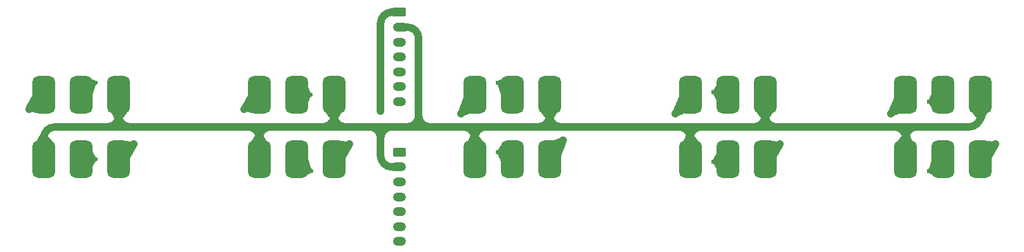
<source format=gbr>
%TF.GenerationSoftware,KiCad,Pcbnew,8.0.4*%
%TF.CreationDate,2024-07-29T20:22:53+02:00*%
%TF.ProjectId,WH148,57483134-382e-46b6-9963-61645f706362,rev?*%
%TF.SameCoordinates,Original*%
%TF.FileFunction,Copper,L2,Bot*%
%TF.FilePolarity,Positive*%
%FSLAX46Y46*%
G04 Gerber Fmt 4.6, Leading zero omitted, Abs format (unit mm)*
G04 Created by KiCad (PCBNEW 8.0.4) date 2024-07-29 20:22:53*
%MOMM*%
%LPD*%
G01*
G04 APERTURE LIST*
G04 Aperture macros list*
%AMRoundRect*
0 Rectangle with rounded corners*
0 $1 Rounding radius*
0 $2 $3 $4 $5 $6 $7 $8 $9 X,Y pos of 4 corners*
0 Add a 4 corners polygon primitive as box body*
4,1,4,$2,$3,$4,$5,$6,$7,$8,$9,$2,$3,0*
0 Add four circle primitives for the rounded corners*
1,1,$1+$1,$2,$3*
1,1,$1+$1,$4,$5*
1,1,$1+$1,$6,$7*
1,1,$1+$1,$8,$9*
0 Add four rect primitives between the rounded corners*
20,1,$1+$1,$2,$3,$4,$5,0*
20,1,$1+$1,$4,$5,$6,$7,0*
20,1,$1+$1,$6,$7,$8,$9,0*
20,1,$1+$1,$8,$9,$2,$3,0*%
G04 Aperture macros list end*
%TA.AperFunction,SMDPad,CuDef*%
%ADD10RoundRect,0.750000X0.750000X1.750000X-0.750000X1.750000X-0.750000X-1.750000X0.750000X-1.750000X0*%
%TD*%
%TA.AperFunction,SMDPad,CuDef*%
%ADD11RoundRect,0.750000X-0.750000X-1.750000X0.750000X-1.750000X0.750000X1.750000X-0.750000X1.750000X0*%
%TD*%
%TA.AperFunction,ComponentPad*%
%ADD12RoundRect,0.250000X-0.625000X0.350000X-0.625000X-0.350000X0.625000X-0.350000X0.625000X0.350000X0*%
%TD*%
%TA.AperFunction,ComponentPad*%
%ADD13O,1.750000X1.200000*%
%TD*%
%TA.AperFunction,ViaPad*%
%ADD14C,0.600000*%
%TD*%
%TA.AperFunction,ViaPad*%
%ADD15C,1.000000*%
%TD*%
%TA.AperFunction,Conductor*%
%ADD16C,0.500000*%
%TD*%
%TA.AperFunction,Conductor*%
%ADD17C,1.000000*%
%TD*%
%TA.AperFunction,Conductor*%
%ADD18C,0.100000*%
%TD*%
%TA.AperFunction,Conductor*%
%ADD19C,0.200000*%
%TD*%
G04 APERTURE END LIST*
D10*
%TO.P,RV3,1,1*%
%TO.N,GND*%
X145297170Y-92321600D03*
%TO.P,RV3,2,2*%
%TO.N,Net-(J1-Pin_5)*%
X150297170Y-92321600D03*
%TO.P,RV3,3,3*%
%TO.N,+3.3V*%
X155297170Y-92321600D03*
%TD*%
D11*
%TO.P,RV8,1,1*%
%TO.N,GND*%
X155297170Y-100965000D03*
%TO.P,RV8,2,2*%
%TO.N,Net-(J2-Pin_5)*%
X150297170Y-100965000D03*
%TO.P,RV8,3,3*%
%TO.N,+3.3V*%
X145297170Y-100965000D03*
%TD*%
D12*
%TO.P,J2,1,Pin_1*%
%TO.N,GND*%
X135273244Y-100012500D03*
D13*
%TO.P,J2,2,Pin_2*%
%TO.N,+3.3V*%
X135273244Y-102012500D03*
%TO.P,J2,3,Pin_3*%
%TO.N,Net-(J2-Pin_3)*%
X135273244Y-104012500D03*
%TO.P,J2,4,Pin_4*%
%TO.N,Net-(J2-Pin_4)*%
X135273244Y-106012500D03*
%TO.P,J2,5,Pin_5*%
%TO.N,Net-(J2-Pin_5)*%
X135273244Y-108012500D03*
%TO.P,J2,6,Pin_6*%
%TO.N,Net-(J2-Pin_6)*%
X135273244Y-110012500D03*
%TO.P,J2,7,Pin_7*%
%TO.N,Net-(J2-Pin_7)*%
X135273244Y-112012500D03*
%TD*%
D10*
%TO.P,RV5,1,1*%
%TO.N,GND*%
X202842870Y-92321600D03*
%TO.P,RV5,2,2*%
%TO.N,Net-(J1-Pin_7)*%
X207842870Y-92321600D03*
%TO.P,RV5,3,3*%
%TO.N,+3.3V*%
X212842870Y-92321600D03*
%TD*%
D12*
%TO.P,J1,1,Pin_1*%
%TO.N,GND*%
X135273244Y-81274100D03*
D13*
%TO.P,J1,2,Pin_2*%
%TO.N,+3.3V*%
X135273244Y-83274100D03*
%TO.P,J1,3,Pin_3*%
%TO.N,Net-(J1-Pin_3)*%
X135273244Y-85274100D03*
%TO.P,J1,4,Pin_4*%
%TO.N,Net-(J1-Pin_4)*%
X135273244Y-87274100D03*
%TO.P,J1,5,Pin_5*%
%TO.N,Net-(J1-Pin_5)*%
X135273244Y-89274100D03*
%TO.P,J1,6,Pin_6*%
%TO.N,Net-(J1-Pin_6)*%
X135273244Y-91274100D03*
%TO.P,J1,7,Pin_7*%
%TO.N,Net-(J1-Pin_7)*%
X135273244Y-93274100D03*
%TD*%
D11*
%TO.P,RV10,1,1*%
%TO.N,GND*%
X212842870Y-100965000D03*
%TO.P,RV10,2,2*%
%TO.N,Net-(J2-Pin_7)*%
X207842870Y-100965000D03*
%TO.P,RV10,3,3*%
%TO.N,+3.3V*%
X202842870Y-100965000D03*
%TD*%
D10*
%TO.P,RV4,1,1*%
%TO.N,GND*%
X174070000Y-92321600D03*
%TO.P,RV4,2,2*%
%TO.N,Net-(J1-Pin_6)*%
X179070000Y-92321600D03*
%TO.P,RV4,3,3*%
%TO.N,+3.3V*%
X184070000Y-92321600D03*
%TD*%
D11*
%TO.P,RV6,1,1*%
%TO.N,GND*%
X97751470Y-100965000D03*
%TO.P,RV6,2,2*%
%TO.N,Net-(J2-Pin_3)*%
X92751470Y-100965000D03*
%TO.P,RV6,3,3*%
%TO.N,+3.3V*%
X87751470Y-100965000D03*
%TD*%
D10*
%TO.P,RV1,1,1*%
%TO.N,GND*%
X87751470Y-92321600D03*
%TO.P,RV1,2,2*%
%TO.N,Net-(J1-Pin_3)*%
X92751470Y-92321600D03*
%TO.P,RV1,3,3*%
%TO.N,+3.3V*%
X97751470Y-92321600D03*
%TD*%
D11*
%TO.P,RV7,1,1*%
%TO.N,GND*%
X126533570Y-100965000D03*
%TO.P,RV7,2,2*%
%TO.N,Net-(J2-Pin_4)*%
X121533570Y-100965000D03*
%TO.P,RV7,3,3*%
%TO.N,+3.3V*%
X116533570Y-100965000D03*
%TD*%
D10*
%TO.P,RV2,1,1*%
%TO.N,GND*%
X116524270Y-92321600D03*
%TO.P,RV2,2,2*%
%TO.N,Net-(J1-Pin_4)*%
X121524270Y-92321600D03*
%TO.P,RV2,3,3*%
%TO.N,+3.3V*%
X126524270Y-92321600D03*
%TD*%
D11*
%TO.P,RV9,1,1*%
%TO.N,GND*%
X184070000Y-100965000D03*
%TO.P,RV9,2,2*%
%TO.N,Net-(J2-Pin_6)*%
X179070000Y-100965000D03*
%TO.P,RV9,3,3*%
%TO.N,+3.3V*%
X174070000Y-100965000D03*
%TD*%
D14*
%TO.N,Net-(J1-Pin_3)*%
X94656470Y-90734100D03*
%TO.N,Net-(J1-Pin_5)*%
X148392170Y-90734100D03*
%TO.N,Net-(J1-Pin_7)*%
X205937870Y-93274100D03*
%TO.N,Net-(J1-Pin_6)*%
X177165000Y-92004100D03*
D15*
%TO.N,GND*%
X114539270Y-94306600D03*
X200857870Y-94861600D03*
X132732244Y-94544100D03*
X157124420Y-98425000D03*
X214827870Y-98980000D03*
X143470920Y-94861600D03*
X99736470Y-98980000D03*
X186055000Y-98980000D03*
X85766470Y-94306600D03*
X128518570Y-98980000D03*
X172085000Y-94861600D03*
D14*
%TO.N,Net-(J1-Pin_4)*%
X123429270Y-92321600D03*
%TO.N,Net-(J2-Pin_7)*%
X205937870Y-102552500D03*
%TO.N,Net-(J2-Pin_3)*%
X94656470Y-100965000D03*
%TO.N,Net-(J2-Pin_4)*%
X123438570Y-102552500D03*
%TO.N,Net-(J2-Pin_6)*%
X177165000Y-101282500D03*
%TO.N,Net-(J2-Pin_5)*%
X148392170Y-100012500D03*
%TD*%
D16*
%TO.N,Net-(J1-Pin_3)*%
X94656470Y-90734100D02*
X94338970Y-90734100D01*
X94338970Y-90734100D02*
X92751470Y-92321600D01*
%TO.N,Net-(J1-Pin_5)*%
X148392170Y-90734100D02*
X148709670Y-90734100D01*
X148709670Y-90734100D02*
X150297170Y-92321600D01*
%TO.N,Net-(J1-Pin_7)*%
X206890370Y-93274100D02*
X207842870Y-92321600D01*
X205937870Y-93274100D02*
X206890370Y-93274100D01*
%TO.N,Net-(J1-Pin_6)*%
X178752500Y-92004100D02*
X179070000Y-92321600D01*
X177165000Y-92004100D02*
X178752500Y-92004100D01*
D17*
%TO.N,+3.3V*%
X153797170Y-96643300D02*
X146797170Y-96643300D01*
D18*
X185570000Y-96643300D02*
X185570000Y-96643300D01*
D17*
X211342870Y-96643300D02*
X204342870Y-96643300D01*
X145297170Y-100965000D02*
X145297170Y-100251250D01*
X97751470Y-92321600D02*
X97751470Y-95143300D01*
X125024270Y-96643300D02*
X118033570Y-96643300D01*
X96251470Y-96643300D02*
X99251470Y-96643300D01*
X201342870Y-96643300D02*
X204342870Y-96643300D01*
D18*
X156797170Y-96643300D02*
X156797170Y-96643300D01*
X184070000Y-95143300D02*
X184070000Y-95143300D01*
D17*
X137813244Y-84774100D02*
X137813244Y-95143300D01*
X136313244Y-96643300D02*
X139313244Y-96643300D01*
X128033570Y-96643300D02*
X131233244Y-96643300D01*
X174070000Y-98143300D02*
X174070000Y-100965000D01*
X125024270Y-96643300D02*
X128033570Y-96643300D01*
X132733244Y-98143300D02*
X132733244Y-100512500D01*
X116533570Y-98143300D02*
X116533570Y-100965000D01*
X184070000Y-95143300D02*
X184070000Y-92321600D01*
X172570000Y-96643300D02*
X175570000Y-96643300D01*
X87751470Y-100965000D02*
X87751470Y-98143300D01*
X135273244Y-83274100D02*
X136313244Y-83274100D01*
X115033570Y-96643300D02*
X118033570Y-96643300D01*
X131233244Y-96643300D02*
X134233244Y-96643300D01*
X116533570Y-98143300D02*
X116533570Y-98143300D01*
X145297170Y-98143300D02*
X145297170Y-100965000D01*
X126524270Y-95143300D02*
X126524270Y-92321600D01*
X156797170Y-96643300D02*
X172570000Y-96643300D01*
X182570000Y-96643300D02*
X185570000Y-96643300D01*
X132733244Y-98143300D02*
X132733244Y-98143300D01*
X185570000Y-96643300D02*
X201342870Y-96643300D01*
X126524270Y-95143300D02*
X126524270Y-95143300D01*
X115033570Y-96643300D02*
X99251470Y-96643300D01*
X89251470Y-96643300D02*
X96251470Y-96643300D01*
X202842870Y-98143300D02*
X202842870Y-100965000D01*
X143797170Y-96643300D02*
X146797170Y-96643300D01*
X153797170Y-96643300D02*
X156797170Y-96643300D01*
X212842870Y-92321600D02*
X212842870Y-95143300D01*
X182570000Y-96643300D02*
X175570000Y-96643300D01*
X136313244Y-96643300D02*
X134233244Y-96643300D01*
X139313244Y-96643300D02*
X143797170Y-96643300D01*
X128024270Y-96643300D02*
X128033570Y-96643300D01*
X134233244Y-102012500D02*
X135273244Y-102012500D01*
X155297170Y-92321600D02*
X155297170Y-95143300D01*
X97751470Y-95143300D02*
G75*
G03*
X99251470Y-96643330I1500030J0D01*
G01*
X182570000Y-96643300D02*
G75*
G03*
X184070000Y-95143300I0J1500000D01*
G01*
X145297170Y-98143300D02*
G75*
G03*
X143797170Y-96643330I-1499970J0D01*
G01*
X175570000Y-96643300D02*
G75*
G03*
X174070000Y-98143300I0J-1500000D01*
G01*
X132733244Y-98143300D02*
G75*
G02*
X134233244Y-96643344I1499956J0D01*
G01*
X132733244Y-98143300D02*
G75*
G03*
X131233244Y-96643256I-1500044J0D01*
G01*
X145297170Y-98143300D02*
G75*
G02*
X146797170Y-96643270I1500030J0D01*
G01*
X134233244Y-102012500D02*
G75*
G02*
X132733200Y-100512500I-44J1500000D01*
G01*
X201342870Y-96643300D02*
G75*
G02*
X202842900Y-98143300I30J-1500000D01*
G01*
X118033570Y-96643300D02*
G75*
G03*
X116533600Y-98143300I30J-1500000D01*
G01*
X128024270Y-96643300D02*
G75*
G02*
X126524300Y-95143300I30J1500000D01*
G01*
X136313244Y-96643300D02*
G75*
G03*
X137813200Y-95143300I-44J1500000D01*
G01*
X139313244Y-96643300D02*
G75*
G02*
X137813200Y-95143300I-44J1500000D01*
G01*
X155297170Y-95143300D02*
G75*
G02*
X153797170Y-96643270I-1499970J0D01*
G01*
X204342870Y-96643300D02*
G75*
G03*
X202842900Y-98143300I30J-1500000D01*
G01*
X97751470Y-95143300D02*
G75*
G02*
X96251470Y-96643270I-1499970J0D01*
G01*
X137813244Y-84774100D02*
G75*
G03*
X136313244Y-83274056I-1500044J0D01*
G01*
X172570000Y-96643300D02*
G75*
G02*
X174070000Y-98143300I0J-1500000D01*
G01*
X156797170Y-96643300D02*
G75*
G02*
X155297200Y-95143300I30J1500000D01*
G01*
X184070000Y-95143300D02*
G75*
G03*
X185570000Y-96643300I1500000J0D01*
G01*
X212842870Y-95143300D02*
G75*
G02*
X211342870Y-96643270I-1499970J0D01*
G01*
X116533570Y-98143300D02*
G75*
G03*
X115033570Y-96643330I-1499970J0D01*
G01*
X87751470Y-98143300D02*
G75*
G02*
X89251470Y-96643270I1500030J0D01*
G01*
X126524270Y-95143300D02*
G75*
G02*
X125024270Y-96643270I-1499970J0D01*
G01*
%TO.N,GND*%
X174070000Y-92876600D02*
X174070000Y-92321600D01*
X132732244Y-94544100D02*
X132732244Y-82774100D01*
X157124420Y-98425000D02*
X155297170Y-100252250D01*
X200857870Y-94861600D02*
X202842870Y-92876600D01*
X114539270Y-94306600D02*
X116524270Y-92321600D01*
X155297170Y-100252250D02*
X155297170Y-100965000D01*
X172085000Y-94861600D02*
X174070000Y-92876600D01*
X134232244Y-81274100D02*
X135273244Y-81274100D01*
X145297170Y-92321600D02*
X145297170Y-93035350D01*
X145297170Y-93035350D02*
X143470920Y-94861600D01*
X128518570Y-98980000D02*
X126533570Y-100965000D01*
D19*
X126524270Y-100994000D02*
X126533570Y-101003300D01*
D17*
X202842870Y-92876600D02*
X202842870Y-92321600D01*
X186055000Y-98980000D02*
X184070000Y-100965000D01*
X214827870Y-98980000D02*
X212842870Y-100965000D01*
X85766470Y-94306600D02*
X87751470Y-92321600D01*
X99736470Y-98980000D02*
X97751470Y-100965000D01*
X132732244Y-82774100D02*
G75*
G02*
X134232244Y-81274144I1499956J0D01*
G01*
D16*
%TO.N,Net-(J1-Pin_4)*%
X123429270Y-92321600D02*
X121524270Y-92321600D01*
%TO.N,Net-(J2-Pin_7)*%
X205937870Y-102552500D02*
X206255370Y-102552500D01*
X206255370Y-102552500D02*
X207842870Y-100965000D01*
%TO.N,Net-(J2-Pin_3)*%
X94656470Y-100965000D02*
X92751470Y-100965000D01*
%TO.N,Net-(J2-Pin_4)*%
X123438570Y-102552500D02*
X123121070Y-102552500D01*
X123121070Y-102552500D02*
X121533570Y-100965000D01*
%TO.N,Net-(J2-Pin_6)*%
X177165000Y-101282500D02*
X178752500Y-101282500D01*
X178752500Y-101282500D02*
X179070000Y-100965000D01*
%TO.N,Net-(J2-Pin_5)*%
X149344670Y-100012500D02*
X150297170Y-100965000D01*
X148392170Y-100012500D02*
X149344670Y-100012500D01*
%TD*%
%TA.AperFunction,Conductor*%
%TO.N,Net-(J1-Pin_3)*%
G36*
X94546155Y-90467786D02*
G01*
X94546563Y-90468658D01*
X94657177Y-90733393D01*
X94657163Y-90733398D01*
X94657204Y-90733459D01*
X94765977Y-90998362D01*
X94765950Y-91007317D01*
X94759598Y-91013629D01*
X94757649Y-91014237D01*
X94322236Y-91109270D01*
X94313422Y-91107686D01*
X94311468Y-91106112D01*
X93973741Y-90768385D01*
X93970314Y-90760112D01*
X93973741Y-90751839D01*
X93976628Y-90749725D01*
X94530385Y-90462780D01*
X94539306Y-90462017D01*
X94546155Y-90467786D01*
G37*
%TD.AperFunction*%
%TD*%
%TA.AperFunction,Conductor*%
%TO.N,Net-(J1-Pin_3)*%
G36*
X94374562Y-90284255D02*
G01*
X94651536Y-90480602D01*
X94656304Y-90488182D01*
X94656470Y-90490147D01*
X94656470Y-90982428D01*
X94656002Y-90985704D01*
X94254015Y-92364123D01*
X94248409Y-92371106D01*
X94242384Y-92372540D01*
X92769692Y-92322256D01*
X92761540Y-92318549D01*
X92758398Y-92310164D01*
X92759889Y-92304835D01*
X93893122Y-90288068D01*
X93900162Y-90282535D01*
X93903322Y-90282100D01*
X94367796Y-90282100D01*
X94374562Y-90284255D01*
G37*
%TD.AperFunction*%
%TD*%
%TA.AperFunction,Conductor*%
%TO.N,Net-(J1-Pin_5)*%
G36*
X148517383Y-90462373D02*
G01*
X148518255Y-90462781D01*
X149072008Y-90749724D01*
X149077777Y-90756573D01*
X149077013Y-90765495D01*
X149074898Y-90768385D01*
X148737171Y-91106112D01*
X148728898Y-91109539D01*
X148726403Y-91109270D01*
X148290990Y-91014237D01*
X148283638Y-91009125D01*
X148282054Y-91000311D01*
X148282659Y-90998369D01*
X148391436Y-90733457D01*
X148391489Y-90733404D01*
X148391463Y-90733393D01*
X148502078Y-90468655D01*
X148508428Y-90462346D01*
X148517383Y-90462373D01*
G37*
%TD.AperFunction*%
%TD*%
%TA.AperFunction,Conductor*%
%TO.N,Net-(J1-Pin_5)*%
G36*
X149153591Y-90285527D02*
G01*
X149155516Y-90288067D01*
X149547523Y-90985704D01*
X150288748Y-92304832D01*
X150289813Y-92313723D01*
X150284279Y-92320763D01*
X150278947Y-92322256D01*
X148806255Y-92372540D01*
X148797870Y-92369398D01*
X148794625Y-92364125D01*
X148392638Y-90985704D01*
X148392170Y-90982428D01*
X148392170Y-90490147D01*
X148395597Y-90481874D01*
X148397104Y-90480602D01*
X148674078Y-90284255D01*
X148680844Y-90282100D01*
X149145318Y-90282100D01*
X149153591Y-90285527D01*
G37*
%TD.AperFunction*%
%TD*%
%TA.AperFunction,Conductor*%
%TO.N,Net-(J1-Pin_7)*%
G36*
X207826192Y-92317268D02*
G01*
X207833410Y-92322565D01*
X207834770Y-92331416D01*
X207832587Y-92335883D01*
X206394688Y-94156224D01*
X206386871Y-94160592D01*
X206378255Y-94158153D01*
X206375893Y-94155640D01*
X205939956Y-93527107D01*
X205937870Y-93520439D01*
X205937870Y-93026240D01*
X205938627Y-93022099D01*
X206339204Y-91963475D01*
X206345336Y-91956952D01*
X206352929Y-91956254D01*
X207826192Y-92317268D01*
G37*
%TD.AperFunction*%
%TD*%
%TA.AperFunction,Conductor*%
%TO.N,Net-(J1-Pin_7)*%
G36*
X205950488Y-92975151D02*
G01*
X206527142Y-93023206D01*
X206535102Y-93027308D01*
X206537870Y-93034866D01*
X206537870Y-93513334D01*
X206534443Y-93521607D01*
X206527142Y-93524994D01*
X205950499Y-93573047D01*
X205941969Y-93570319D01*
X205937867Y-93562359D01*
X205937827Y-93561445D01*
X205936870Y-93274100D01*
X205937827Y-92986771D01*
X205941281Y-92978511D01*
X205949566Y-92975112D01*
X205950488Y-92975151D01*
G37*
%TD.AperFunction*%
%TD*%
%TA.AperFunction,Conductor*%
%TO.N,Net-(J1-Pin_6)*%
G36*
X177578995Y-91065588D02*
G01*
X177580649Y-91066752D01*
X178393756Y-91751373D01*
X178987626Y-92251401D01*
X179057494Y-92310228D01*
X179061615Y-92318178D01*
X179058908Y-92326714D01*
X179055264Y-92329606D01*
X177580609Y-93079945D01*
X177571681Y-93080642D01*
X177564875Y-93074823D01*
X177564822Y-93074717D01*
X177166182Y-92256526D01*
X177165000Y-92251401D01*
X177165000Y-91757255D01*
X177166586Y-91751373D01*
X177563000Y-91069818D01*
X177570121Y-91064391D01*
X177578995Y-91065588D01*
G37*
%TD.AperFunction*%
%TD*%
%TA.AperFunction,Conductor*%
%TO.N,Net-(J1-Pin_6)*%
G36*
X177177618Y-91705151D02*
G01*
X177754272Y-91753206D01*
X177762232Y-91757308D01*
X177765000Y-91764866D01*
X177765000Y-92243334D01*
X177761573Y-92251607D01*
X177754272Y-92254994D01*
X177177629Y-92303047D01*
X177169099Y-92300319D01*
X177164997Y-92292359D01*
X177164957Y-92291445D01*
X177164000Y-92004100D01*
X177164957Y-91716771D01*
X177168411Y-91708511D01*
X177176696Y-91705112D01*
X177177618Y-91705151D01*
G37*
%TD.AperFunction*%
%TD*%
%TA.AperFunction,Conductor*%
%TO.N,+3.3V*%
G36*
X97762541Y-92346776D02*
G01*
X97762584Y-92346871D01*
X98815769Y-94738315D01*
X98815967Y-94747268D01*
X98814529Y-94749905D01*
X98300275Y-95458196D01*
X98295667Y-95461965D01*
X97398927Y-95871490D01*
X97389978Y-95871809D01*
X97383697Y-95866266D01*
X96821270Y-94789922D01*
X96820476Y-94781002D01*
X96820688Y-94780389D01*
X97740935Y-92347445D01*
X97747065Y-92340922D01*
X97756015Y-92340644D01*
X97762541Y-92346776D01*
G37*
%TD.AperFunction*%
%TD*%
%TA.AperFunction,Conductor*%
%TO.N,+3.3V*%
G36*
X173717456Y-97415112D02*
G01*
X174614198Y-97824638D01*
X174618806Y-97828407D01*
X175133060Y-98536693D01*
X175135147Y-98545401D01*
X175134300Y-98548283D01*
X174081114Y-100939728D01*
X174074643Y-100945918D01*
X174065690Y-100945720D01*
X174059501Y-100939250D01*
X173139228Y-98506232D01*
X173139506Y-98497284D01*
X173139790Y-98496697D01*
X173702229Y-97420334D01*
X173709096Y-97414592D01*
X173717456Y-97415112D01*
G37*
%TD.AperFunction*%
%TD*%
%TA.AperFunction,Conductor*%
%TO.N,+3.3V*%
G36*
X116901451Y-97420295D02*
G01*
X117463850Y-98496692D01*
X117464644Y-98505611D01*
X117464423Y-98506250D01*
X116544106Y-100939151D01*
X116537974Y-100945676D01*
X116529023Y-100945954D01*
X116522498Y-100939822D01*
X116522455Y-100939726D01*
X115469350Y-98548228D01*
X115469152Y-98539276D01*
X115470591Y-98536639D01*
X115496221Y-98501343D01*
X115984877Y-97828373D01*
X115989484Y-97824605D01*
X116886224Y-97415070D01*
X116895171Y-97414752D01*
X116901451Y-97420295D01*
G37*
%TD.AperFunction*%
%TD*%
%TA.AperFunction,Conductor*%
%TO.N,+3.3V*%
G36*
X184074308Y-92340879D02*
G01*
X184080498Y-92347350D01*
X184080535Y-92347448D01*
X185000770Y-94780364D01*
X185000492Y-94789314D01*
X185000197Y-94789922D01*
X184437771Y-95866262D01*
X184430902Y-95872007D01*
X184422541Y-95871486D01*
X183945742Y-95653740D01*
X183525801Y-95461961D01*
X183521193Y-95458192D01*
X183006938Y-94749905D01*
X183004851Y-94741197D01*
X183005695Y-94738324D01*
X184058886Y-92346868D01*
X184065355Y-92340681D01*
X184074308Y-92340879D01*
G37*
%TD.AperFunction*%
%TD*%
%TA.AperFunction,Conductor*%
%TO.N,+3.3V*%
G36*
X87398924Y-97415108D02*
G01*
X88295667Y-97824634D01*
X88300275Y-97828403D01*
X88814529Y-98536693D01*
X88816616Y-98545401D01*
X88815769Y-98548283D01*
X87762584Y-100939728D01*
X87756113Y-100945918D01*
X87747160Y-100945720D01*
X87740971Y-100939250D01*
X86820697Y-98506232D01*
X86820975Y-98497284D01*
X86821259Y-98496697D01*
X87383697Y-97420332D01*
X87390566Y-97414588D01*
X87398924Y-97415108D01*
G37*
%TD.AperFunction*%
%TD*%
%TA.AperFunction,Conductor*%
%TO.N,+3.3V*%
G36*
X136759882Y-82824421D02*
G01*
X136767657Y-82828861D01*
X136770016Y-82837500D01*
X136769635Y-82839325D01*
X136493986Y-83778023D01*
X136488367Y-83784995D01*
X136483852Y-83786375D01*
X135556501Y-83873325D01*
X135547944Y-83870685D01*
X135544779Y-83866563D01*
X135275018Y-83279765D01*
X135274675Y-83270817D01*
X135275918Y-83268381D01*
X135661278Y-82691645D01*
X135668722Y-82686671D01*
X135672475Y-82686539D01*
X136759882Y-82824421D01*
G37*
%TD.AperFunction*%
%TD*%
%TA.AperFunction,Conductor*%
%TO.N,+3.3V*%
G36*
X144944624Y-97415108D02*
G01*
X145841367Y-97824634D01*
X145845975Y-97828403D01*
X146360229Y-98536693D01*
X146362316Y-98545401D01*
X146361469Y-98548283D01*
X145308284Y-100939728D01*
X145301813Y-100945918D01*
X145292860Y-100945720D01*
X145286671Y-100939250D01*
X144366397Y-98506232D01*
X144366675Y-98497284D01*
X144366959Y-98496697D01*
X144929397Y-97420332D01*
X144936266Y-97414588D01*
X144944624Y-97415108D01*
G37*
%TD.AperFunction*%
%TD*%
%TA.AperFunction,Conductor*%
%TO.N,+3.3V*%
G36*
X126528578Y-92340880D02*
G01*
X126534769Y-92347351D01*
X126534806Y-92347448D01*
X127455123Y-94780348D01*
X127454845Y-94789299D01*
X127454550Y-94789906D01*
X126892152Y-95866303D01*
X126885283Y-95872049D01*
X126876922Y-95871528D01*
X125980184Y-95461994D01*
X125975577Y-95458225D01*
X125461291Y-94749959D01*
X125459203Y-94741252D01*
X125460048Y-94738374D01*
X126513156Y-92346871D01*
X126519626Y-92340682D01*
X126528578Y-92340880D01*
G37*
%TD.AperFunction*%
%TD*%
%TA.AperFunction,Conductor*%
%TO.N,+3.3V*%
G36*
X203210751Y-97420295D02*
G01*
X203773150Y-98496692D01*
X203773944Y-98505611D01*
X203773723Y-98506250D01*
X202853406Y-100939151D01*
X202847274Y-100945676D01*
X202838323Y-100945954D01*
X202831798Y-100939822D01*
X202831755Y-100939726D01*
X201778650Y-98548228D01*
X201778452Y-98539276D01*
X201779891Y-98536639D01*
X201805521Y-98501343D01*
X202294177Y-97828373D01*
X202298784Y-97824605D01*
X203195524Y-97415070D01*
X203204471Y-97414752D01*
X203210751Y-97420295D01*
G37*
%TD.AperFunction*%
%TD*%
%TA.AperFunction,Conductor*%
%TO.N,+3.3V*%
G36*
X212847178Y-92340880D02*
G01*
X212853369Y-92347351D01*
X212853406Y-92347448D01*
X213773723Y-94780348D01*
X213773445Y-94789299D01*
X213773150Y-94789906D01*
X213210752Y-95866303D01*
X213203883Y-95872049D01*
X213195522Y-95871528D01*
X212298784Y-95461994D01*
X212294177Y-95458225D01*
X211779891Y-94749959D01*
X211777803Y-94741252D01*
X211778648Y-94738374D01*
X212831756Y-92346871D01*
X212838226Y-92340682D01*
X212847178Y-92340880D01*
G37*
%TD.AperFunction*%
%TD*%
%TA.AperFunction,Conductor*%
%TO.N,+3.3V*%
G36*
X134998543Y-101415914D02*
G01*
X135001708Y-101420036D01*
X135042470Y-101508703D01*
X135271469Y-102006834D01*
X135271812Y-102015782D01*
X135270567Y-102018221D01*
X134885209Y-102594954D01*
X134877764Y-102599929D01*
X134874011Y-102600061D01*
X133786592Y-102462317D01*
X133778815Y-102457878D01*
X133776455Y-102449240D01*
X133776833Y-102447425D01*
X134052439Y-101508702D01*
X134058058Y-101501730D01*
X134062568Y-101500350D01*
X134989986Y-101413275D01*
X134998543Y-101415914D01*
G37*
%TD.AperFunction*%
%TD*%
%TA.AperFunction,Conductor*%
%TO.N,+3.3V*%
G36*
X155301478Y-92340880D02*
G01*
X155307669Y-92347351D01*
X155307706Y-92347448D01*
X156228023Y-94780348D01*
X156227745Y-94789299D01*
X156227450Y-94789906D01*
X155665052Y-95866303D01*
X155658183Y-95872049D01*
X155649822Y-95871528D01*
X154753084Y-95461994D01*
X154748477Y-95458225D01*
X154234191Y-94749959D01*
X154232103Y-94741252D01*
X154232948Y-94738374D01*
X155286056Y-92346871D01*
X155292526Y-92340682D01*
X155301478Y-92340880D01*
G37*
%TD.AperFunction*%
%TD*%
%TA.AperFunction,Conductor*%
%TO.N,GND*%
G36*
X156776493Y-98077074D02*
G01*
X157472643Y-98773224D01*
X157476070Y-98781497D01*
X157475324Y-98785609D01*
X156799330Y-100586363D01*
X156793214Y-100592904D01*
X156791202Y-100593604D01*
X155314902Y-100961116D01*
X155306046Y-100959790D01*
X155300723Y-100952589D01*
X155300666Y-100947178D01*
X155862407Y-98470781D01*
X155867578Y-98463474D01*
X155869149Y-98462644D01*
X156763566Y-98074613D01*
X156772517Y-98074465D01*
X156776493Y-98077074D01*
G37*
%TD.AperFunction*%
%TD*%
%TA.AperFunction,Conductor*%
%TO.N,GND*%
G36*
X202833810Y-92326313D02*
G01*
X202838775Y-92333766D01*
X202838580Y-92339124D01*
X202159828Y-94816083D01*
X202154337Y-94823156D01*
X202153034Y-94823795D01*
X201218651Y-95212147D01*
X201209697Y-95212158D01*
X201205888Y-95209616D01*
X200509994Y-94513722D01*
X200506567Y-94505449D01*
X200507571Y-94500710D01*
X201340406Y-92622679D01*
X201346890Y-92616508D01*
X201348822Y-92615948D01*
X202825032Y-92324553D01*
X202833810Y-92326313D01*
G37*
%TD.AperFunction*%
%TD*%
%TA.AperFunction,Conductor*%
%TO.N,GND*%
G36*
X116514682Y-92324919D02*
G01*
X116518580Y-92332981D01*
X116517680Y-92338199D01*
X115497816Y-94757296D01*
X115491444Y-94763588D01*
X115485009Y-94764274D01*
X114896460Y-94660791D01*
X114890213Y-94657541D01*
X114191893Y-93959221D01*
X114188466Y-93950948D01*
X114189881Y-93945372D01*
X115021163Y-92413111D01*
X115028119Y-92407475D01*
X115030771Y-92407011D01*
X116506227Y-92321973D01*
X116514682Y-92324919D01*
G37*
%TD.AperFunction*%
%TD*%
%TA.AperFunction,Conductor*%
%TO.N,GND*%
G36*
X174060940Y-92326313D02*
G01*
X174065905Y-92333766D01*
X174065710Y-92339124D01*
X173386958Y-94816083D01*
X173381467Y-94823156D01*
X173380164Y-94823795D01*
X172445781Y-95212147D01*
X172436827Y-95212158D01*
X172433018Y-95209616D01*
X171737124Y-94513722D01*
X171733697Y-94505449D01*
X171734701Y-94500710D01*
X172567536Y-92622679D01*
X172574020Y-92616508D01*
X172575952Y-92615948D01*
X174052162Y-92324553D01*
X174060940Y-92326313D01*
G37*
%TD.AperFunction*%
%TD*%
%TA.AperFunction,Conductor*%
%TO.N,GND*%
G36*
X134570534Y-80693130D02*
G01*
X134571218Y-80693654D01*
X135264062Y-81265450D01*
X135268262Y-81273359D01*
X135265639Y-81281921D01*
X135264713Y-81282919D01*
X134652387Y-81870126D01*
X134644044Y-81873378D01*
X134642565Y-81873253D01*
X134061069Y-81786609D01*
X134053391Y-81782001D01*
X134051567Y-81778333D01*
X133775671Y-80838621D01*
X133776628Y-80829720D01*
X133783601Y-80824101D01*
X133784909Y-80823798D01*
X134561802Y-80691145D01*
X134570534Y-80693130D01*
G37*
%TD.AperFunction*%
%TD*%
%TA.AperFunction,Conductor*%
%TO.N,GND*%
G36*
X145288293Y-92326813D02*
G01*
X145293620Y-92334012D01*
X145293678Y-92339427D01*
X144732687Y-94815813D01*
X144727517Y-94823125D01*
X144725934Y-94823961D01*
X143831776Y-95211984D01*
X143822822Y-95212134D01*
X143818845Y-95209524D01*
X143122693Y-94513372D01*
X143119266Y-94505099D01*
X143120009Y-94500997D01*
X143795011Y-92700761D01*
X143801124Y-92694219D01*
X143803128Y-92693519D01*
X145279439Y-92325489D01*
X145288293Y-92326813D01*
G37*
%TD.AperFunction*%
%TD*%
%TA.AperFunction,Conductor*%
%TO.N,GND*%
G36*
X128161380Y-98625808D02*
G01*
X128167626Y-98629058D01*
X128865946Y-99327378D01*
X128869373Y-99335651D01*
X128867957Y-99341230D01*
X128036677Y-100873486D01*
X128029720Y-100879124D01*
X128027066Y-100879588D01*
X126551613Y-100964626D01*
X126543157Y-100961680D01*
X126539259Y-100953618D01*
X126540159Y-100948400D01*
X127560023Y-98529300D01*
X127566394Y-98523010D01*
X127572826Y-98522324D01*
X128161380Y-98625808D01*
G37*
%TD.AperFunction*%
%TD*%
%TA.AperFunction,Conductor*%
%TO.N,GND*%
G36*
X185697810Y-98625808D02*
G01*
X185704056Y-98629058D01*
X186402376Y-99327378D01*
X186405803Y-99335651D01*
X186404387Y-99341230D01*
X185573107Y-100873486D01*
X185566150Y-100879124D01*
X185563496Y-100879588D01*
X184088043Y-100964626D01*
X184079587Y-100961680D01*
X184075689Y-100953618D01*
X184076589Y-100948400D01*
X185096453Y-98529300D01*
X185102824Y-98523010D01*
X185109256Y-98522324D01*
X185697810Y-98625808D01*
G37*
%TD.AperFunction*%
%TD*%
%TA.AperFunction,Conductor*%
%TO.N,GND*%
G36*
X214470680Y-98625808D02*
G01*
X214476926Y-98629058D01*
X215175246Y-99327378D01*
X215178673Y-99335651D01*
X215177257Y-99341230D01*
X214345977Y-100873486D01*
X214339020Y-100879124D01*
X214336366Y-100879588D01*
X212860913Y-100964626D01*
X212852457Y-100961680D01*
X212848559Y-100953618D01*
X212849459Y-100948400D01*
X213869323Y-98529300D01*
X213875694Y-98523010D01*
X213882126Y-98522324D01*
X214470680Y-98625808D01*
G37*
%TD.AperFunction*%
%TD*%
%TA.AperFunction,Conductor*%
%TO.N,GND*%
G36*
X87741882Y-92324919D02*
G01*
X87745780Y-92332981D01*
X87744880Y-92338199D01*
X86725016Y-94757296D01*
X86718644Y-94763588D01*
X86712209Y-94764274D01*
X86123660Y-94660791D01*
X86117413Y-94657541D01*
X85419093Y-93959221D01*
X85415666Y-93950948D01*
X85417081Y-93945372D01*
X86248363Y-92413111D01*
X86255319Y-92407475D01*
X86257971Y-92407011D01*
X87733427Y-92321973D01*
X87741882Y-92324919D01*
G37*
%TD.AperFunction*%
%TD*%
%TA.AperFunction,Conductor*%
%TO.N,GND*%
G36*
X99379280Y-98625808D02*
G01*
X99385526Y-98629058D01*
X100083846Y-99327378D01*
X100087273Y-99335651D01*
X100085857Y-99341230D01*
X99254577Y-100873486D01*
X99247620Y-100879124D01*
X99244966Y-100879588D01*
X97769513Y-100964626D01*
X97761057Y-100961680D01*
X97757159Y-100953618D01*
X97758059Y-100948400D01*
X98777923Y-98529300D01*
X98784294Y-98523010D01*
X98790726Y-98522324D01*
X99379280Y-98625808D01*
G37*
%TD.AperFunction*%
%TD*%
%TA.AperFunction,Conductor*%
%TO.N,Net-(J1-Pin_4)*%
G36*
X123029811Y-91331967D02*
G01*
X123030369Y-91332895D01*
X123427865Y-92068998D01*
X123429270Y-92074557D01*
X123429270Y-92568642D01*
X123427865Y-92574201D01*
X123030369Y-93310304D01*
X123023423Y-93315956D01*
X123014515Y-93315040D01*
X123013587Y-93314482D01*
X121537885Y-92331337D01*
X121532900Y-92323898D01*
X121534635Y-92315113D01*
X121537885Y-92311863D01*
X123013587Y-91328716D01*
X123022372Y-91326982D01*
X123029811Y-91331967D01*
G37*
%TD.AperFunction*%
%TD*%
%TA.AperFunction,Conductor*%
%TO.N,Net-(J1-Pin_4)*%
G36*
X123425170Y-92025380D02*
G01*
X123429272Y-92033340D01*
X123429312Y-92034273D01*
X123430270Y-92321600D01*
X123430270Y-92321678D01*
X123429312Y-92608926D01*
X123425858Y-92617188D01*
X123417573Y-92620587D01*
X123416640Y-92620547D01*
X122839998Y-92572494D01*
X122832038Y-92568392D01*
X122829270Y-92560834D01*
X122829270Y-92082366D01*
X122832697Y-92074093D01*
X122839998Y-92070706D01*
X123416641Y-92022652D01*
X123425170Y-92025380D01*
G37*
%TD.AperFunction*%
%TD*%
%TA.AperFunction,Conductor*%
%TO.N,Net-(J2-Pin_7)*%
G36*
X206280917Y-102178913D02*
G01*
X206282871Y-102180487D01*
X206620598Y-102518214D01*
X206624025Y-102526487D01*
X206620598Y-102534760D01*
X206617708Y-102536875D01*
X206063955Y-102823818D01*
X206055033Y-102824582D01*
X206048184Y-102818813D01*
X206047783Y-102817956D01*
X205937163Y-102553207D01*
X205937176Y-102553201D01*
X205937135Y-102553140D01*
X205930456Y-102536875D01*
X205828362Y-102288236D01*
X205828389Y-102279282D01*
X205834741Y-102272970D01*
X205836687Y-102272362D01*
X206272104Y-102177329D01*
X206280917Y-102178913D01*
G37*
%TD.AperFunction*%
%TD*%
%TA.AperFunction,Conductor*%
%TO.N,Net-(J2-Pin_7)*%
G36*
X207824648Y-100964343D02*
G01*
X207832799Y-100968050D01*
X207835941Y-100976435D01*
X207834448Y-100981767D01*
X206701218Y-102998531D01*
X206694178Y-103004065D01*
X206691018Y-103004500D01*
X206226544Y-103004500D01*
X206219778Y-103002345D01*
X205942804Y-102805997D01*
X205938036Y-102798417D01*
X205937870Y-102796452D01*
X205937870Y-102304171D01*
X205938338Y-102300895D01*
X206340325Y-100922473D01*
X206345930Y-100915492D01*
X206351954Y-100914058D01*
X207824648Y-100964343D01*
G37*
%TD.AperFunction*%
%TD*%
%TA.AperFunction,Conductor*%
%TO.N,Net-(J2-Pin_3)*%
G36*
X94257011Y-99975367D02*
G01*
X94257569Y-99976295D01*
X94655065Y-100712398D01*
X94656470Y-100717957D01*
X94656470Y-101212042D01*
X94655065Y-101217601D01*
X94257569Y-101953704D01*
X94250623Y-101959356D01*
X94241715Y-101958440D01*
X94240787Y-101957882D01*
X92765085Y-100974737D01*
X92760100Y-100967298D01*
X92761835Y-100958513D01*
X92765085Y-100955263D01*
X94240787Y-99972116D01*
X94249572Y-99970382D01*
X94257011Y-99975367D01*
G37*
%TD.AperFunction*%
%TD*%
%TA.AperFunction,Conductor*%
%TO.N,Net-(J2-Pin_3)*%
G36*
X94652370Y-100668780D02*
G01*
X94656472Y-100676740D01*
X94656512Y-100677673D01*
X94657470Y-100965000D01*
X94657470Y-100965078D01*
X94656512Y-101252326D01*
X94653058Y-101260588D01*
X94644773Y-101263987D01*
X94643840Y-101263947D01*
X94067198Y-101215894D01*
X94059238Y-101211792D01*
X94056470Y-101204234D01*
X94056470Y-100725766D01*
X94059897Y-100717493D01*
X94067198Y-100714106D01*
X94643841Y-100666052D01*
X94652370Y-100668780D01*
G37*
%TD.AperFunction*%
%TD*%
%TA.AperFunction,Conductor*%
%TO.N,Net-(J2-Pin_4)*%
G36*
X123104333Y-102177328D02*
G01*
X123539749Y-102272362D01*
X123547101Y-102277474D01*
X123548685Y-102286288D01*
X123548077Y-102288237D01*
X123439304Y-102553140D01*
X123439277Y-102553207D01*
X123328663Y-102817941D01*
X123322311Y-102824253D01*
X123313356Y-102824226D01*
X123312484Y-102823818D01*
X122758731Y-102536875D01*
X122752962Y-102530026D01*
X122753726Y-102521104D01*
X122755838Y-102518217D01*
X123093569Y-102180486D01*
X123101841Y-102177060D01*
X123104333Y-102177328D01*
G37*
%TD.AperFunction*%
%TD*%
%TA.AperFunction,Conductor*%
%TO.N,Net-(J2-Pin_4)*%
G36*
X123032869Y-100917200D02*
G01*
X123036115Y-100922475D01*
X123438102Y-102300895D01*
X123438570Y-102304171D01*
X123438570Y-102796452D01*
X123435143Y-102804725D01*
X123433636Y-102805997D01*
X123156662Y-103002345D01*
X123149896Y-103004500D01*
X122685422Y-103004500D01*
X122677149Y-103001073D01*
X122675222Y-102998531D01*
X122567036Y-102805997D01*
X121541990Y-100981765D01*
X121540926Y-100972876D01*
X121546460Y-100965836D01*
X121551789Y-100964343D01*
X123024484Y-100914058D01*
X123032869Y-100917200D01*
G37*
%TD.AperFunction*%
%TD*%
%TA.AperFunction,Conductor*%
%TO.N,Net-(J2-Pin_6)*%
G36*
X177580428Y-100206563D02*
G01*
X177580609Y-100206653D01*
X179055264Y-100956993D01*
X179061083Y-100963799D01*
X179060386Y-100972727D01*
X179057494Y-100976371D01*
X177580649Y-102219846D01*
X177572113Y-102222553D01*
X177564163Y-102218432D01*
X177562999Y-102216778D01*
X177166586Y-101535226D01*
X177165000Y-101529344D01*
X177165000Y-101035198D01*
X177166182Y-101030073D01*
X177192347Y-100976371D01*
X177564787Y-100211954D01*
X177571489Y-100206020D01*
X177580428Y-100206563D01*
G37*
%TD.AperFunction*%
%TD*%
%TA.AperFunction,Conductor*%
%TO.N,Net-(J2-Pin_6)*%
G36*
X177177618Y-100983551D02*
G01*
X177754272Y-101031606D01*
X177762232Y-101035708D01*
X177765000Y-101043266D01*
X177765000Y-101521734D01*
X177761573Y-101530007D01*
X177754272Y-101533394D01*
X177177629Y-101581447D01*
X177169099Y-101578719D01*
X177164997Y-101570759D01*
X177164957Y-101569845D01*
X177164000Y-101282500D01*
X177164957Y-100995171D01*
X177168411Y-100986911D01*
X177176696Y-100983512D01*
X177177618Y-100983551D01*
G37*
%TD.AperFunction*%
%TD*%
%TA.AperFunction,Conductor*%
%TO.N,Net-(J2-Pin_5)*%
G36*
X148846475Y-99128013D02*
G01*
X148848986Y-99130373D01*
X150286887Y-100950716D01*
X150289326Y-100959332D01*
X150284958Y-100967149D01*
X150280491Y-100969332D01*
X148807231Y-101330344D01*
X148798380Y-101328984D01*
X148793504Y-101323122D01*
X148392927Y-100264500D01*
X148392170Y-100260359D01*
X148392170Y-99766160D01*
X148394256Y-99759492D01*
X148830193Y-99130959D01*
X148837724Y-99126114D01*
X148846475Y-99128013D01*
G37*
%TD.AperFunction*%
%TD*%
%TA.AperFunction,Conductor*%
%TO.N,Net-(J2-Pin_5)*%
G36*
X148404788Y-99713551D02*
G01*
X148981442Y-99761606D01*
X148989402Y-99765708D01*
X148992170Y-99773266D01*
X148992170Y-100251734D01*
X148988743Y-100260007D01*
X148981442Y-100263394D01*
X148404799Y-100311447D01*
X148396269Y-100308719D01*
X148392167Y-100300759D01*
X148392127Y-100299845D01*
X148391170Y-100012500D01*
X148392127Y-99725171D01*
X148395581Y-99716911D01*
X148403866Y-99713512D01*
X148404788Y-99713551D01*
G37*
%TD.AperFunction*%
%TD*%
M02*

</source>
